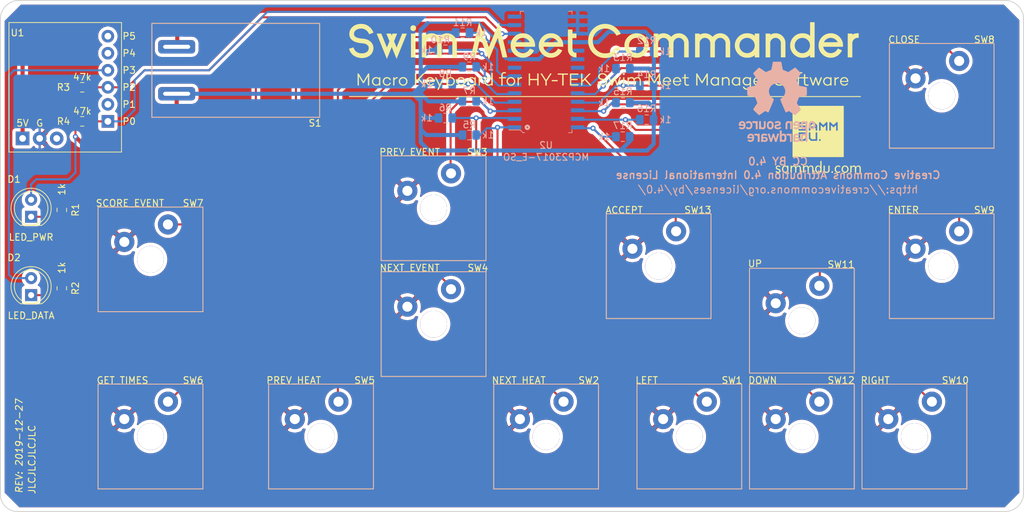
<source format=kicad_pcb>
(kicad_pcb (version 20171130) (host pcbnew 5.1.5-52549c5~84~ubuntu18.04.1)
  (title_block (title "Swim Meet Commander") (date 2019-12-27) (rev 2019-12-27) (company "Samm Du") (comment 1 https://sammdu.com) (comment 2 "Creative Commons Attribution 4.0 International License") (comment 3 "for HY-TEK Swim Meet Manager Software") (comment 4 "Macro Keyboard"))
  (layers (0 F.Cu signal) (31 B.Cu signal) (34 B.Paste user) (35 F.Paste user) (36 B.SilkS user) (37 F.SilkS user) (38 B.Mask user) (39 F.Mask user) (44 Edge.Cuts user))
  (net 0 "")
  (net 1 "Net-(D1-Pad1)")
  (net 2 "Net-(D2-Pad1)")
  (net 3 GND)
  (net 4 SCL)
  (net 5 SDA)
  (net 6 "Net-(R5-Pad2)")
  (net 7 "Net-(R6-Pad2)")
  (net 8 "Net-(R7-Pad2)")
  (net 9 "Net-(R8-Pad2)")
  (net 10 "Net-(R9-Pad2)")
  (net 11 "Net-(R10-Pad2)")
  (net 12 "Net-(R11-Pad2)")
  (net 13 "Net-(R12-Pad2)")
  (net 14 "Net-(R13-Pad2)")
  (net 15 "Net-(R14-Pad2)")
  (net 16 "Net-(R15-Pad2)")
  (net 17 "Net-(R16-Pad2)")
  (net 18 "Net-(R17-Pad2)")
  (net 19 "Net-(U1-Pad4)")
  (net 20 "Net-(U1-Pad1)")
  (net 21 "Net-(U1-Pad5)")
  (net 22 "Net-(U1-Pad8)")
  (net 23 "Net-(U2-Pad8)")
  (net 24 "Net-(U2-Pad11)")
  (net 25 "Net-(U2-Pad14)")
  (net 26 "Net-(U2-Pad19)")
  (net 27 "Net-(U2-Pad20)")
  (net 28 "Net-(U2-Pad21)")
  (net 29 "Net-(U2-Pad22)")
  (net 30 +5V)
  (net 31 /VREG)
  (net 32 /SIG_DATA)
  (module SwimMeet_Controller_KiCAD:panel_graphics (layer F.Cu) (at 102.743 27.178)
    (fp_text reference G*** hide)
    (fp_text value LOGO hide)
  )
  (module Symbol:OSHW-Logo_11.4x12mm_SilkScreen (layer B.Cu) (at 128.397 27.813 180)
    (fp_text reference REF** hide)
    (fp_text value OSHW-Logo_11.4x12mm_SilkScreen hide)
  )
  (module "SwimMeet_Controller_KiCAD:Panel Reference" (layer F.Cu) (at 89.662 52.07)
    (fp_text reference REF** hide)
    (fp_text value "Panel Reference")
  )
  (module SAMM_Misc:SW_KeySwitch_KS1100_E-SWITCH (layer F.Cu) (at 110.744 52.324)
    (fp_text reference SW13 (at 5.842 -8.382) (layer F.SilkS))
    (fp_text value ACCEPT (at -5.1308 -8.3566) (layer F.SilkS))
    (pad 1 thru_hole circle (at 2.6 -5.2) (size 3 3) (drill 1.5) (layers *.Cu *.Mask) (net 18 "Net-(R17-Pad2)"))
    (pad 2 thru_hole circle (at -3.9 -2.6) (size 3 3) (drill 1.5) (layers *.Cu *.Mask) (net 3 GND))
    (pad "" thru_hole circle (at 0 0) (size 4 4) (drill 4) (layers *.Cu *.Mask))
  )
  (module SAMM_Misc:SW_KeySwitch_KS1100_E-SWITCH (layer F.Cu) (at 132.08 77.724)
    (fp_text reference SW12 (at 5.842 -8.382) (layer F.SilkS))
    (fp_text value DOWN (at -5.842 -8.382) (layer F.SilkS))
    (pad 1 thru_hole circle (at 2.6 -5.2) (size 3 3) (drill 1.5) (layers *.Cu *.Mask) (net 17 "Net-(R16-Pad2)"))
    (pad 2 thru_hole circle (at -3.9 -2.6) (size 3 3) (drill 1.5) (layers *.Cu *.Mask) (net 3 GND))
    (pad "" thru_hole circle (at 0 0) (size 4 4) (drill 4) (layers *.Cu *.Mask))
  )
  (module SAMM_Misc:SW_KeySwitch_KS1100_E-SWITCH (layer F.Cu) (at 132.08 60.452)
    (fp_text reference SW11 (at 5.842 -8.382) (layer F.SilkS))
    (fp_text value UP (at -6.985 -8.509) (layer F.SilkS))
    (pad 1 thru_hole circle (at 2.6 -5.2) (size 3 3) (drill 1.5) (layers *.Cu *.Mask) (net 16 "Net-(R15-Pad2)"))
    (pad 2 thru_hole circle (at -3.9 -2.6) (size 3 3) (drill 1.5) (layers *.Cu *.Mask) (net 3 GND))
    (pad "" thru_hole circle (at 0 0) (size 4 4) (drill 4) (layers *.Cu *.Mask))
  )
  (module SAMM_Misc:SW_KeySwitch_KS1100_E-SWITCH (layer F.Cu) (at 148.844 77.724)
    (fp_text reference SW10 (at 6.096 -8.382) (layer F.SilkS))
    (fp_text value RIGHT (at -5.842 -8.382) (layer F.SilkS))
    (pad 1 thru_hole circle (at 2.6 -5.2) (size 3 3) (drill 1.5) (layers *.Cu *.Mask) (net 15 "Net-(R14-Pad2)"))
    (pad 2 thru_hole circle (at -3.9 -2.6) (size 3 3) (drill 1.5) (layers *.Cu *.Mask) (net 3 GND))
    (pad "" thru_hole circle (at 0 0) (size 4 4) (drill 4) (layers *.Cu *.Mask))
  )
  (module SAMM_Misc:SW_KeySwitch_KS1100_E-SWITCH (layer F.Cu) (at 152.908 52.324)
    (fp_text reference SW9 (at 6.35 -8.382) (layer F.SilkS))
    (fp_text value ENTER (at -5.715 -8.382) (layer F.SilkS))
    (pad "" thru_hole circle (at 0 0) (size 4 4) (drill 4) (layers *.Cu *.Mask))
    (pad 2 thru_hole circle (at -3.9 -2.6) (size 3 3) (drill 1.5) (layers *.Cu *.Mask) (net 3 GND))
    (pad 1 thru_hole circle (at 2.6 -5.2) (size 3 3) (drill 1.5) (layers *.Cu *.Mask) (net 14 "Net-(R13-Pad2)"))
  )
  (module SAMM_Misc:SW_KeySwitch_KS1100_E-SWITCH (layer F.Cu) (at 152.908 26.924)
    (fp_text reference SW8 (at 6.35 -8.382) (layer F.SilkS))
    (fp_text value CLOSE (at -5.588 -8.382) (layer F.SilkS))
    (pad 1 thru_hole circle (at 2.6 -5.2) (size 3 3) (drill 1.5) (layers *.Cu *.Mask) (net 13 "Net-(R12-Pad2)"))
    (pad 2 thru_hole circle (at -3.9 -2.6) (size 3 3) (drill 1.5) (layers *.Cu *.Mask) (net 3 GND))
    (pad "" thru_hole circle (at 0 0) (size 4 4) (drill 4) (layers *.Cu *.Mask))
  )
  (module SAMM_Misc:SW_KeySwitch_KS1100_E-SWITCH (layer F.Cu) (at 35.052 51.308)
    (fp_text reference SW7 (at 6.35 -8.382) (layer F.SilkS))
    (fp_text value SCORE_EVENT (at -3.048 -8.382) (layer F.SilkS))
    (pad "" thru_hole circle (at 0 0) (size 4 4) (drill 4) (layers *.Cu *.Mask))
    (pad 2 thru_hole circle (at -3.9 -2.6) (size 3 3) (drill 1.5) (layers *.Cu *.Mask) (net 3 GND))
    (pad 1 thru_hole circle (at 2.6 -5.2) (size 3 3) (drill 1.5) (layers *.Cu *.Mask) (net 12 "Net-(R11-Pad2)"))
  )
  (module SAMM_Misc:SW_KeySwitch_KS1100_E-SWITCH (layer F.Cu) (at 35.052 77.724)
    (fp_text reference SW6 (at 6.35 -8.382) (layer F.SilkS))
    (fp_text value GET_TIMES (at -4.1656 -8.382) (layer F.SilkS))
    (pad 1 thru_hole circle (at 2.6 -5.2) (size 3 3) (drill 1.5) (layers *.Cu *.Mask) (net 11 "Net-(R10-Pad2)"))
    (pad 2 thru_hole circle (at -3.9 -2.6) (size 3 3) (drill 1.5) (layers *.Cu *.Mask) (net 3 GND))
    (pad "" thru_hole circle (at 0 0) (size 4 4) (drill 4) (layers *.Cu *.Mask))
  )
  (module SAMM_Misc:SW_KeySwitch_KS1100_E-SWITCH (layer F.Cu) (at 60.452 77.724)
    (fp_text reference SW5 (at 6.5024 -8.382) (layer F.SilkS))
    (fp_text value PREV_HEAT (at -4.064 -8.382) (layer F.SilkS))
    (pad 1 thru_hole circle (at 2.6 -5.2) (size 3 3) (drill 1.5) (layers *.Cu *.Mask) (net 10 "Net-(R9-Pad2)"))
    (pad 2 thru_hole circle (at -3.9 -2.6) (size 3 3) (drill 1.5) (layers *.Cu *.Mask) (net 3 GND))
    (pad "" thru_hole circle (at 0 0) (size 4 4) (drill 4) (layers *.Cu *.Mask))
  )
  (module SAMM_Misc:SW_KeySwitch_KS1100_E-SWITCH (layer F.Cu) (at 77.216 60.96)
    (fp_text reference SW4 (at 6.604 -8.382) (layer F.SilkS))
    (fp_text value NEXT_EVENT (at -3.556 -8.382) (layer F.SilkS))
    (pad 1 thru_hole circle (at 2.6 -5.2) (size 3 3) (drill 1.5) (layers *.Cu *.Mask) (net 9 "Net-(R8-Pad2)"))
    (pad 2 thru_hole circle (at -3.9 -2.6) (size 3 3) (drill 1.5) (layers *.Cu *.Mask) (net 3 GND))
    (pad "" thru_hole circle (at 0 0) (size 4 4) (drill 4) (layers *.Cu *.Mask))
  )
  (module SAMM_Misc:SW_KeySwitch_KS1100_E-SWITCH (layer F.Cu) (at 77.216 43.688)
    (fp_text reference SW3 (at 6.5024 -8.382) (layer F.SilkS))
    (fp_text value PREV_EVENT (at -3.556 -8.382) (layer F.SilkS))
    (pad 1 thru_hole circle (at 2.6 -5.2) (size 3 3) (drill 1.5) (layers *.Cu *.Mask) (net 8 "Net-(R7-Pad2)"))
    (pad 2 thru_hole circle (at -3.9 -2.6) (size 3 3) (drill 1.5) (layers *.Cu *.Mask) (net 3 GND))
    (pad "" thru_hole circle (at 0 0) (size 4 4) (drill 4) (layers *.Cu *.Mask))
  )
  (module SAMM_Misc:SW_KeySwitch_KS1100_E-SWITCH (layer F.Cu) (at 93.98 77.724)
    (fp_text reference SW2 (at 6.35 -8.382) (layer F.SilkS))
    (fp_text value NEXT_HEAT (at -4.064 -8.382) (layer F.SilkS))
    (pad 1 thru_hole circle (at 2.6 -5.2) (size 3 3) (drill 1.5) (layers *.Cu *.Mask) (net 7 "Net-(R6-Pad2)"))
    (pad 2 thru_hole circle (at -3.9 -2.6) (size 3 3) (drill 1.5) (layers *.Cu *.Mask) (net 3 GND))
    (pad "" thru_hole circle (at 0 0) (size 4 4) (drill 4) (layers *.Cu *.Mask))
  )
  (module SAMM_Misc:SW_KeySwitch_KS1100_E-SWITCH (layer F.Cu) (at 115.316 77.724)
    (fp_text reference SW1 (at 6.35 -8.382) (layer F.SilkS))
    (fp_text value LEFT (at -6.35 -8.382) (layer F.SilkS))
    (pad 1 thru_hole circle (at 2.6 -5.2) (size 3 3) (drill 1.5) (layers *.Cu *.Mask) (net 6 "Net-(R5-Pad2)"))
    (pad 2 thru_hole circle (at -3.9 -2.6) (size 3 3) (drill 1.5) (layers *.Cu *.Mask) (net 3 GND))
    (pad "" thru_hole circle (at 0 0) (size 4 4) (drill 4) (layers *.Cu *.Mask))
  )
  (module spk_Switches:TOGGLE_PANEL_COM-09276 (layer F.Cu) (at 47.752 23.114 90)
    (fp_text reference S1 (at -7.874 11.811 180) (layer F.SilkS))
    (fp_text value "Sparkfun Toggle Switch")
    (pad 2 thru_hole roundrect (at 3.5 -8.8 90) (size 2 5.5) (drill oval 0.6 4) (layers *.Cu *.Mask) (net 31 /VREG))
    (pad 1 thru_hole roundrect (at -3.5 -8.8 90) (size 2 5.5) (drill oval 0.6 4) (layers *.Cu *.Mask) (net 30 +5V))
  )
  (module LED_THT:LED_D5.0mm (layer F.Cu) (at 17.272 44.958 90)
    (fp_text reference D1 (at 5.588 -2.54 180) (layer F.SilkS))
    (fp_text value LED_PWR (at -3.048 0) (layer F.SilkS))
    (pad 2 thru_hole circle (at 2.54 0 90) (size 1.8 1.8) (drill 0.9) (layers *.Cu *.Mask) (net 30 +5V))
    (pad 1 thru_hole rect (at 0 0 90) (size 1.8 1.8) (drill 0.9) (layers *.Cu *.Mask) (net 1 "Net-(D1-Pad1)"))
  )
  (module LED_THT:LED_D5.0mm (layer F.Cu) (at 17.272 56.642 90)
    (fp_text reference D2 (at 5.588 -2.54 180) (layer F.SilkS))
    (fp_text value LED_DATA (at -3.048 0 180) (layer F.SilkS))
    (pad 1 thru_hole rect (at 0 0 90) (size 1.8 1.8) (drill 0.9) (layers *.Cu *.Mask) (net 2 "Net-(D2-Pad1)"))
    (pad 2 thru_hole circle (at 2.54 0 90) (size 1.8 1.8) (drill 0.9) (layers *.Cu *.Mask) (net 32 /SIG_DATA))
  )
  (module Resistor_SMD:R_0805_2012Metric_Pad1.15x1.40mm_HandSolder (layer F.Cu) (at 21.844 43.933 90)
    (fp_text reference R1 (at -0.009 2.032 90) (layer F.SilkS))
    (fp_text value 1k (at 3.057 0 90) (layer F.SilkS))
    (pad 1 smd roundrect (at -1.025 0 90) (size 1.15 1.4) (layers F.Cu F.Paste F.Mask) (roundrect_rratio 0.217391) (net 1 "Net-(D1-Pad1)"))
    (pad 2 smd roundrect (at 1.025 0 90) (size 1.15 1.4) (layers F.Cu F.Paste F.Mask) (roundrect_rratio 0.217391) (net 3 GND))
  )
  (module Resistor_SMD:R_0805_2012Metric_Pad1.15x1.40mm_HandSolder (layer F.Cu) (at 21.844 55.617 90)
    (fp_text reference R2 (at -0.009 2.032 90) (layer F.SilkS))
    (fp_text value 1k (at 3.048 0 90) (layer F.SilkS))
    (pad 2 smd roundrect (at 1.025 0 90) (size 1.15 1.4) (layers F.Cu F.Paste F.Mask) (roundrect_rratio 0.217391) (net 3 GND))
    (pad 1 smd roundrect (at -1.025 0 90) (size 1.15 1.4) (layers F.Cu F.Paste F.Mask) (roundrect_rratio 0.217391) (net 2 "Net-(D2-Pad1)"))
  )
  (module Resistor_SMD:R_0805_2012Metric_Pad1.15x1.40mm_HandSolder (layer F.Cu) (at 24.883 25.654 180)
    (fp_text reference R3 (at 2.794 0 180) (layer F.SilkS))
    (fp_text value 47k (at 0 1.524 180) (layer F.SilkS))
    (pad 1 smd roundrect (at -1.025 0 180) (size 1.15 1.4) (layers F.Cu F.Paste F.Mask) (roundrect_rratio 0.217391) (net 4 SCL))
    (pad 2 smd roundrect (at 1.025 0 180) (size 1.15 1.4) (layers F.Cu F.Paste F.Mask) (roundrect_rratio 0.217391) (net 30 +5V))
  )
  (module Resistor_SMD:R_0805_2012Metric_Pad1.15x1.40mm_HandSolder (layer F.Cu) (at 24.883 30.734 180)
    (fp_text reference R4 (at 2.785 0 180) (layer F.SilkS))
    (fp_text value 47k (at -0.009 1.524 180) (layer F.SilkS))
    (pad 2 smd roundrect (at 1.025 0 180) (size 1.15 1.4) (layers F.Cu F.Paste F.Mask) (roundrect_rratio 0.217391) (net 30 +5V))
    (pad 1 smd roundrect (at -1.025 0 180) (size 1.15 1.4) (layers F.Cu F.Paste F.Mask) (roundrect_rratio 0.217391) (net 5 SDA))
  )
  (module Resistor_SMD:R_0805_2012Metric_Pad1.15x1.40mm_HandSolder (layer B.Cu) (at 82.541 32.766)
    (fp_text reference R5 (at 0 -1.524) (layer B.SilkS) (effects (justify mirror)))
    (fp_text value 1k (at 2.803 0) (layer B.SilkS) (effects (justify mirror)))
    (pad 2 smd roundrect (at 1.025 0) (size 1.15 1.4) (layers B.Cu B.Paste B.Mask) (roundrect_rratio 0.217391) (net 6 "Net-(R5-Pad2)"))
    (pad 1 smd roundrect (at -1.025 0) (size 1.15 1.4) (layers B.Cu B.Paste B.Mask) (roundrect_rratio 0.217391) (net 30 +5V))
  )
  (module Resistor_SMD:R_0805_2012Metric_Pad1.15x1.40mm_HandSolder (layer B.Cu) (at 78.985 30.226)
    (fp_text reference R6 (at 0.009 -1.524) (layer B.SilkS) (effects (justify mirror)))
    (fp_text value 1k (at -2.785 0) (layer B.SilkS) (effects (justify mirror)))
    (pad 2 smd roundrect (at 1.025 0) (size 1.15 1.4) (layers B.Cu B.Paste B.Mask) (roundrect_rratio 0.217391) (net 7 "Net-(R6-Pad2)"))
    (pad 1 smd roundrect (at -1.025 0) (size 1.15 1.4) (layers B.Cu B.Paste B.Mask) (roundrect_rratio 0.217391) (net 30 +5V))
  )
  (module Resistor_SMD:R_0805_2012Metric_Pad1.15x1.40mm_HandSolder (layer B.Cu) (at 82.541 27.686)
    (fp_text reference R7 (at 0 -1.524) (layer B.SilkS) (effects (justify mirror)))
    (fp_text value 1k (at 2.803 0) (layer B.SilkS) (effects (justify mirror)))
    (pad 1 smd roundrect (at -1.025 0) (size 1.15 1.4) (layers B.Cu B.Paste B.Mask) (roundrect_rratio 0.217391) (net 30 +5V))
    (pad 2 smd roundrect (at 1.025 0) (size 1.15 1.4) (layers B.Cu B.Paste B.Mask) (roundrect_rratio 0.217391) (net 8 "Net-(R7-Pad2)"))
  )
  (module Resistor_SMD:R_0805_2012Metric_Pad1.15x1.40mm_HandSolder (layer B.Cu) (at 78.985 25.146)
    (fp_text reference R8 (at 0.009 -1.524) (layer B.SilkS) (effects (justify mirror)))
    (fp_text value 1k (at -2.785 0) (layer B.SilkS) (effects (justify mirror)))
    (pad 1 smd roundrect (at -1.025 0) (size 1.15 1.4) (layers B.Cu B.Paste B.Mask) (roundrect_rratio 0.217391) (net 30 +5V))
    (pad 2 smd roundrect (at 1.025 0) (size 1.15 1.4) (layers B.Cu B.Paste B.Mask) (roundrect_rratio 0.217391) (net 9 "Net-(R8-Pad2)"))
  )
  (module Resistor_SMD:R_0805_2012Metric_Pad1.15x1.40mm_HandSolder (layer B.Cu) (at 82.541 22.606)
    (fp_text reference R9 (at 0.009 -1.524) (layer B.SilkS) (effects (justify mirror)))
    (fp_text value 1k (at 2.803 0) (layer B.SilkS) (effects (justify mirror)))
    (pad 2 smd roundrect (at 1.025 0) (size 1.15 1.4) (layers B.Cu B.Paste B.Mask) (roundrect_rratio 0.217391) (net 10 "Net-(R9-Pad2)"))
    (pad 1 smd roundrect (at -1.025 0) (size 1.15 1.4) (layers B.Cu B.Paste B.Mask) (roundrect_rratio 0.217391) (net 30 +5V))
  )
  (module Resistor_SMD:R_0805_2012Metric_Pad1.15x1.40mm_HandSolder (layer B.Cu) (at 78.985 20.066)
    (fp_text reference R10 (at -0.753 -1.524) (layer B.SilkS) (effects (justify mirror)))
    (fp_text value 1k (at -2.785 0) (layer B.SilkS) (effects (justify mirror)))
    (pad 1 smd roundrect (at -1.025 0) (size 1.15 1.4) (layers B.Cu B.Paste B.Mask) (roundrect_rratio 0.217391) (net 30 +5V))
    (pad 2 smd roundrect (at 1.025 0) (size 1.15 1.4) (layers B.Cu B.Paste B.Mask) (roundrect_rratio 0.217391) (net 11 "Net-(R10-Pad2)"))
  )
  (module Resistor_SMD:R_0805_2012Metric_Pad1.15x1.40mm_HandSolder (layer B.Cu) (at 81.543 17.526)
    (fp_text reference R11 (at 0.009 -1.524) (layer B.SilkS) (effects (justify mirror)))
    (fp_text value 1k (at 2.803 0) (layer B.SilkS) (effects (justify mirror)))
    (pad 1 smd roundrect (at -1.025 0) (size 1.15 1.4) (layers B.Cu B.Paste B.Mask) (roundrect_rratio 0.217391) (net 30 +5V))
    (pad 2 smd roundrect (at 1.025 0) (size 1.15 1.4) (layers B.Cu B.Paste B.Mask) (roundrect_rratio 0.217391) (net 12 "Net-(R11-Pad2)"))
  )
  (module Resistor_SMD:R_0805_2012Metric_Pad1.15x1.40mm_HandSolder (layer B.Cu) (at 108.966 20.32 180)
    (fp_text reference R12 (at 0 1.65) (layer B.SilkS) (effects (justify mirror)))
    (fp_text value 1k (at -2.794 0) (layer B.SilkS) (effects (justify mirror)))
    (pad 1 smd roundrect (at -1.025 0 180) (size 1.15 1.4) (layers B.Cu B.Paste B.Mask) (roundrect_rratio 0.217391) (net 30 +5V))
    (pad 2 smd roundrect (at 1.025 0 180) (size 1.15 1.4) (layers B.Cu B.Paste B.Mask) (roundrect_rratio 0.217391) (net 13 "Net-(R12-Pad2)"))
  )
  (module Resistor_SMD:R_0805_2012Metric_Pad1.15x1.40mm_HandSolder (layer B.Cu) (at 105.419 22.86 180)
    (fp_text reference R13 (at 0 1.65) (layer B.SilkS) (effects (justify mirror)))
    (fp_text value 1k (at 2.803 0) (layer B.SilkS) (effects (justify mirror)))
    (pad 2 smd roundrect (at 1.025 0 180) (size 1.15 1.4) (layers B.Cu B.Paste B.Mask) (roundrect_rratio 0.217391) (net 14 "Net-(R13-Pad2)"))
    (pad 1 smd roundrect (at -1.025 0 180) (size 1.15 1.4) (layers B.Cu B.Paste B.Mask) (roundrect_rratio 0.217391) (net 30 +5V))
  )
  (module Resistor_SMD:R_0805_2012Metric_Pad1.15x1.40mm_HandSolder (layer B.Cu) (at 108.966 25.4 180)
    (fp_text reference R14 (at 0 1.65) (layer B.SilkS) (effects (justify mirror)))
    (fp_text value 1k (at -2.794 0) (layer B.SilkS) (effects (justify mirror)))
    (pad 2 smd roundrect (at 1.025 0 180) (size 1.15 1.4) (layers B.Cu B.Paste B.Mask) (roundrect_rratio 0.217391) (net 15 "Net-(R14-Pad2)"))
    (pad 1 smd roundrect (at -1.025 0 180) (size 1.15 1.4) (layers B.Cu B.Paste B.Mask) (roundrect_rratio 0.217391) (net 30 +5V))
  )
  (module Resistor_SMD:R_0805_2012Metric_Pad1.15x1.40mm_HandSolder (layer B.Cu) (at 105.419 27.94 180)
    (fp_text reference R15 (at 0 1.65) (layer B.SilkS) (effects (justify mirror)))
    (fp_text value 1k (at 2.803 0) (layer B.SilkS) (effects (justify mirror)))
    (pad 1 smd roundrect (at -1.025 0 180) (size 1.15 1.4) (layers B.Cu B.Paste B.Mask) (roundrect_rratio 0.217391) (net 30 +5V))
    (pad 2 smd roundrect (at 1.025 0 180) (size 1.15 1.4) (layers B.Cu B.Paste B.Mask) (roundrect_rratio 0.217391) (net 16 "Net-(R15-Pad2)"))
  )
  (module Resistor_SMD:R_0805_2012Metric_Pad1.15x1.40mm_HandSolder (layer B.Cu) (at 108.957 30.48 180)
    (fp_text reference R16 (at 0 1.65) (layer B.SilkS) (effects (justify mirror)))
    (fp_text value 1k (at -2.803 0) (layer B.SilkS) (effects (justify mirror)))
    (pad 1 smd roundrect (at -1.025 0 180) (size 1.15 1.4) (layers B.Cu B.Paste B.Mask) (roundrect_rratio 0.217391) (net 30 +5V))
    (pad 2 smd roundrect (at 1.025 0 180) (size 1.15 1.4) (layers B.Cu B.Paste B.Mask) (roundrect_rratio 0.217391) (net 17 "Net-(R16-Pad2)"))
  )
  (module Resistor_SMD:R_0805_2012Metric_Pad1.15x1.40mm_HandSolder (layer B.Cu) (at 105.401 33.02 180)
    (fp_text reference R17 (at 0 1.65 180) (layer B.SilkS) (effects (justify mirror)))
    (fp_text value 1k (at 2.785 0 180) (layer B.SilkS) (effects (justify mirror)))
    (pad 2 smd roundrect (at 1.025 0 180) (size 1.15 1.4) (layers B.Cu B.Paste B.Mask) (roundrect_rratio 0.217391) (net 18 "Net-(R17-Pad2)"))
    (pad 1 smd roundrect (at -1.025 0 180) (size 1.15 1.4) (layers B.Cu B.Paste B.Mask) (roundrect_rratio 0.217391) (net 30 +5V))
  )
  (module Digistump:Digispark_USB-A (layer F.Cu) (at 28.702 30.734)
    (fp_text reference U1 (at -13.462 -13.208) (layer F.SilkS))
    (fp_text value Digispark_USB-A_16.5MHz)
    (fp_text user P5 (at 3.175 -12.7) (layer F.SilkS))
    (fp_text user P4 (at 3.175 -10.16 -180) (layer F.SilkS))
    (fp_text user P3 (at 3.175 -7.62 -180) (layer F.SilkS))
    (fp_text user P2 (at 3.175 -5.08 -180) (layer F.SilkS))
    (fp_text user P1 (at 3.175 -2.54 -180) (layer F.SilkS))
    (fp_text user G (at -10.16 0.254 -180) (layer F.SilkS))
    (fp_text user P0 (at 3.175 0 -180) (layer F.SilkS))
    (fp_text user 5V (at -12.7 0.254) (layer F.SilkS))
    (pad 4 thru_hole circle (at 0 -10.16 180) (size 1.8796 1.8796) (drill 1) (layers *.Cu *.Mask) (net 19 "Net-(U1-Pad4)"))
    (pad 3 thru_hole circle (at 0 -7.62 180) (size 1.8796 1.8796) (drill 1) (layers *.Cu *.Mask) (net 32 /SIG_DATA))
    (pad 0 thru_hole rect (at 0 0 180) (size 1.8796 1.8796) (drill 1) (layers *.Cu *.Mask) (net 5 SDA))
    (pad 2 thru_hole circle (at 0 -5.08 180) (size 1.8796 1.8796) (drill 1) (layers *.Cu *.Mask) (net 4 SCL))
    (pad 1 thru_hole circle (at 0 -2.54 180) (size 1.8796 1.8796) (drill 1) (layers *.Cu *.Mask) (net 20 "Net-(U1-Pad1)"))
    (pad 5 thru_hole circle (at 0 -12.7 180) (size 1.8796 1.8796) (drill 1) (layers *.Cu *.Mask) (net 21 "Net-(U1-Pad5)"))
    (pad 6 thru_hole rect (at -12.7 2.54 90) (size 2.032 2.032) (drill 1) (layers *.Cu *.Mask) (net 31 /VREG))
    (pad 7 thru_hole circle (at -10.16 2.54 90) (size 2.032 2.032) (drill 1) (layers *.Cu *.Mask) (net 3 GND))
    (pad 8 thru_hole circle (at -7.62 2.54 90) (size 2.032 2.032) (drill 1) (layers *.Cu *.Mask) (net 22 "Net-(U1-Pad8)"))
  )
  (module digikey-footprints:SOIC-28_W7.5mm (layer B.Cu) (at 93.98 23.368)
    (fp_text reference U2 (at 0 10.922) (layer B.SilkS) (effects (justify mirror)))
    (fp_text value MCP23017-E_SO (at 0 12.7) (layer B.SilkS) (effects (justify mirror)))
    (pad 1 smd rect (at -4.7 8.255) (size 2 0.6) (layers B.Cu B.Paste B.Mask) (net 6 "Net-(R5-Pad2)"))
    (pad 2 smd rect (at -4.7 6.985) (size 2 0.6) (layers B.Cu B.Paste B.Mask) (net 7 "Net-(R6-Pad2)"))
    (pad 3 smd rect (at -4.7 5.715) (size 2 0.6) (layers B.Cu B.Paste B.Mask) (net 8 "Net-(R7-Pad2)"))
    (pad 4 smd rect (at -4.7 4.445) (size 2 0.6) (layers B.Cu B.Paste B.Mask) (net 9 "Net-(R8-Pad2)"))
    (pad 5 smd rect (at -4.7 3.175) (size 2 0.6) (layers B.Cu B.Paste B.Mask) (net 10 "Net-(R9-Pad2)"))
    (pad 6 smd rect (at -4.7 1.905) (size 2 0.6) (layers B.Cu B.Paste B.Mask) (net 11 "Net-(R10-Pad2)"))
    (pad 7 smd rect (at -4.7 0.635) (size 2 0.6) (layers B.Cu B.Paste B.Mask) (net 12 "Net-(R11-Pad2)"))
    (pad 8 smd rect (at -4.7 -0.635) (size 2 0.6) (layers B.Cu B.Paste B.Mask) (net 23 "Net-(U2-Pad8)"))
    (pad 9 smd rect (at -4.7 -1.905) (size 2 0.6) (layers B.Cu B.Paste B.Mask) (net 30 +5V))
    (pad 10 smd rect (at -4.7 -3.175) (size 2 0.6) (layers B.Cu B.Paste B.Mask) (net 3 GND))
    (pad 11 smd rect (at -4.7 -4.445) (size 2 0.6) (layers B.Cu B.Paste B.Mask) (net 24 "Net-(U2-Pad11)"))
    (pad 12 smd rect (at -4.7 -5.715) (size 2 0.6) (layers B.Cu B.Paste B.Mask) (net 4 SCL))
    (pad 13 smd rect (at -4.7 -6.985) (size 2 0.6) (layers B.Cu B.Paste B.Mask) (net 5 SDA))
    (pad 14 smd rect (at -4.7 -8.255) (size 2 0.6) (layers B.Cu B.Paste B.Mask) (net 25 "Net-(U2-Pad14)"))
    (pad 15 smd rect (at 4.7 -8.255) (size 2 0.6) (layers B.Cu B.Paste B.Mask) (net 3 GND))
    (pad 16 smd rect (at 4.7 -6.985) (size 2 0.6) (layers B.Cu B.Paste B.Mask) (net 3 GND))
    (pad 17 smd rect (at 4.7 -5.715) (size 2 0.6) (layers B.Cu B.Paste B.Mask) (net 3 GND))
    (pad 18 smd rect (at 4.7 -4.445) (size 2 0.6) (layers B.Cu B.Paste B.Mask) (net 30 +5V))
    (pad 19 smd rect (at 4.7 -3.175) (size 2 0.6) (layers B.Cu B.Paste B.Mask) (net 26 "Net-(U2-Pad19)"))
    (pad 20 smd rect (at 4.7 -1.905) (size 2 0.6) (layers B.Cu B.Paste B.Mask) (net 27 "Net-(U2-Pad20)"))
    (pad 21 smd rect (at 4.7 -0.635) (size 2 0.6) (layers B.Cu B.Paste B.Mask) (net 28 "Net-(U2-Pad21)"))
    (pad 22 smd rect (at 4.7 0.635) (size 2 0.6) (layers B.Cu B.Paste B.Mask) (net 29 "Net-(U2-Pad22)"))
    (pad 23 smd rect (at 4.7 1.905) (size 2 0.6) (layers B.Cu B.Paste B.Mask) (net 13 "Net-(R12-Pad2)"))
    (pad 24 smd rect (at 4.7 3.175) (size 2 0.6) (layers B.Cu B.Paste B.Mask) (net 14 "Net-(R13-Pad2)"))
    (pad 25 smd rect (at 4.7 4.445) (size 2 0.6) (layers B.Cu B.Paste B.Mask) (net 15 "Net-(R14-Pad2)"))
    (pad 26 smd rect (at 4.7 5.715) (size 2 0.6) (layers B.Cu B.Paste B.Mask) (net 16 "Net-(R15-Pad2)"))
    (pad 27 smd rect (at 4.7 6.985) (size 2 0.6) (layers B.Cu B.Paste B.Mask) (net 17 "Net-(R16-Pad2)"))
    (pad 28 smd rect (at 4.7 8.255) (size 2 0.6) (layers B.Cu B.Paste B.Mask) (net 18 "Net-(R17-Pad2)"))
  )
  (gr_text JLCJLCJLCJLC (at 17.399 81.153 90) (layer F.SilkS) (effects (font (size 1 1))))
  (gr_text "REV: 2019-12-27" (at 15.494 79.121 90) (layer F.SilkS) (effects (font (size 1 1) (thickness 0.15) italic)))
  (gr_text https://creativecommons.org/licenses/by/4.0/ (at 128.524 40.894) (layer B.SilkS) (effects (font (size 1.143 1.143) (thickness 0.1524)) (justify mirror)))
  (gr_text "Creative Commons Attribution 4.0 International License" (at 128.524 38.735) (layer B.SilkS) (effects (font (size 1.143 1.143) (thickness 0.2032)) (justify mirror)))
  (gr_text "CC BY 4.0" (at 128.524 36.703) (layer B.SilkS) (effects (font (size 1.143 1.143) (thickness 0.2032)) (justify mirror)))
  (gr_arc (start 162.306 86.106) (end 162.559999 88.899999) (angle -79.6) (layer Edge.Cuts) (width 0.127))
  (gr_arc (start 15.24 86.36) (end 12.7 86.36) (angle -90) (layer Edge.Cuts) (width 0.127))
  (gr_arc (start 15.494 15.494) (end 15.240001 12.700001) (angle -79.6) (layer Edge.Cuts) (width 0.127))
  (gr_arc (start 162.306 15.494) (end 165.099999 15.240001) (angle -79.6) (layer Edge.Cuts) (width 0.127))
  (gr_circle (center 91.186 31.623) (end 91.44 31.623) (layer B.SilkS) (width 0.3048))
  (gr_line (start 165.1 15.24) (end 165.1 86.36) (layer Edge.Cuts) (width 0.127))
  (gr_line (start 12.7 15.24) (end 12.7 86.36) (layer Edge.Cuts) (width 0.127))
  (gr_line (start 15.24 88.9) (end 162.56 88.9) (layer Edge.Cuts) (width 0.127))
  (gr_line (start 15.24 12.7) (end 162.56 12.7) (layer Edge.Cuts) (width 0.127))
  (segment (start 23.876 38.354) (end 22.86 39.37) (width 0.3048) (layer B.Cu) (net 30))
  (segment (start 22.86 39.37) (end 18.034 39.37) (width 0.3048) (layer B.Cu) (net 30))
  (segment (start 18.034 39.37) (end 17.272 40.132) (width 0.3048) (layer B.Cu) (net 30))
  (segment (start 17.272 40.132) (end 17.272 43.053) (width 0.3048) (layer B.Cu) (net 30))
  (segment (start 38.952 26.614) (end 40.95 26.614) (width 0.3048) (layer B.Cu) (net 30))
  (segment (start 38.952 26.614) (end 39.187 26.614) (width 0.3048) (layer B.Cu) (net 30))
  (segment (start 39.187 26.614) (end 39.497 26.924) (width 0.3048) (layer B.Cu) (net 30))
  (segment (start 23.876 33.02) (end 23.876 30.734) (width 0.3048) (layer F.Cu) (net 30))
  (segment (start 23.876 38.354) (end 23.876 33.02) (width 0.3048) (layer B.Cu) (net 30))
  (via (at 23.876 33.02) (size 0.762) (drill 0.381) (layers F.Cu B.Cu) (net 30))
  (segment (start 23.858 30.734) (end 23.858 25.672) (width 0.3048) (layer F.Cu) (net 30))
  (segment (start 23.858 25.672) (end 23.876 25.654) (width 0.3048) (layer F.Cu) (net 30))
  (segment (start 75.311 22.098) (end 75.311 19.431) (width 0.6096) (layer B.Cu) (net 30))
  (segment (start 75.311 24.384) (end 75.311 22.098) (width 0.6096) (layer B.Cu) (net 30))
  (segment (start 75.311 26.6065) (end 75.311 26.614) (width 0.6096) (layer B.Cu) (net 30))
  (segment (start 75.311 31.9278) (end 75.311 29.337) (width 0.6096) (layer B.Cu) (net 30))
  (segment (start 81.516 32.766) (end 76.1492 32.766) (width 0.6096) (layer B.Cu) (net 30))
  (segment (start 76.1492 32.766) (end 75.311 31.9278) (width 0.6096) (layer B.Cu) (net 30))
  (segment (start 75.311 25.6286) (end 75.1586 25.6286) (width 0.6096) (layer B.Cu) (net 30))
  (segment (start 38.952 26.614) (end 74.168 26.6192) (width 0.6096) (layer B.Cu) (net 30))
  (segment (start 75.311 25.6286) (end 75.311 24.384) (width 0.6096) (layer B.Cu) (net 30))
  (segment (start 74.7828 26.0858) (end 75.311 26.614) (width 0.6096) (layer B.Cu) (net 30))
  (segment (start 74.7014 26.0858) (end 74.7828 26.0858) (width 0.6096) (layer B.Cu) (net 30))
  (segment (start 74.7014 26.0858) (end 74.168 26.6192) (width 0.6096) (layer B.Cu) (net 30))
  (segment (start 75.1586 25.6286) (end 74.7014 26.0858) (width 0.6096) (layer B.Cu) (net 30))
  (segment (start 75.311 29.337) (end 75.2856 27.5336) (width 0.6096) (layer B.Cu) (net 30))
  (segment (start 75.2856 27.5336) (end 75.311 26.6065) (width 0.6096) (layer B.Cu) (net 30))
  (segment (start 77.3684 27.7495) (end 81.4705 27.7495) (width 0.6096) (layer B.Cu) (net 30))
  (segment (start 75.311 26.614) (end 76.4465 27.7495) (width 0.6096) (layer B.Cu) (net 30))
  (segment (start 76.4465 27.7495) (end 77.3684 27.7495) (width 0.6096) (layer B.Cu) (net 30))
  (segment (start 76.2 30.226) (end 75.311 29.337) (width 0.6096) (layer B.Cu) (net 30))
  (segment (start 77.96 30.226) (end 76.2 30.226) (width 0.6096) (layer B.Cu) (net 30))
  (segment (start 75.3364 26.3144) (end 75.2856 26.3144) (width 0.6096) (layer B.Cu) (net 30))
  (segment (start 76.5048 25.146) (end 75.3364 26.3144) (width 0.6096) (layer B.Cu) (net 30))
  (segment (start 77.96 25.146) (end 76.5048 25.146) (width 0.6096) (layer B.Cu) (net 30))
  (segment (start 75.311 26.614) (end 75.2856 26.3144) (width 0.6096) (layer B.Cu) (net 30))
  (segment (start 75.2856 26.3144) (end 75.311 25.6286) (width 0.6096) (layer B.Cu) (net 30))
  (segment (start 75.311 21.4205) (end 75.311 22.098) (width 0.6096) (layer B.Cu) (net 30))
  (segment (start 77.96 20.066) (end 76.6655 20.066) (width 0.6096) (layer B.Cu) (net 30))
  (segment (start 76.6655 20.066) (end 75.311 21.4205) (width 0.6096) (layer B.Cu) (net 30))
  (segment (start 75.311 23.5966) (end 75.311 24.384) (width 0.6096) (layer B.Cu) (net 30))
  (segment (start 81.516 22.606) (end 76.3016 22.606) (width 0.6096) (layer B.Cu) (net 30))
  (segment (start 76.3016 22.606) (end 75.311 23.5966) (width 0.6096) (layer B.Cu) (net 30))
  (segment (start 76.5556 17.526) (end 75.2856 18.796) (width 0.6096) (layer B.Cu) (net 30))
  (segment (start 80.518 17.526) (end 76.5556 17.526) (width 0.6096) (layer B.Cu) (net 30))
  (segment (start 75.311 19.431) (end 75.2856 18.796) (width 0.6096) (layer B.Cu) (net 30))
  (segment (start 89.28 21.463) (end 90.8896 21.463) (width 0.6096) (layer B.Cu) (net 30))
  (segment (start 90.8896 21.463) (end 92.9386 21.463) (width 0.6096) (layer B.Cu) (net 30))
  (segment (start 92.9386 21.463) (end 95.4786 18.923) (width 0.6096) (layer B.Cu) (net 30))
  (segment (start 95.4786 18.923) (end 98.8314 18.923) (width 0.6096) (layer B.Cu) (net 30))
  (segment (start 110.0074 34.0868) (end 110.0074 30.4292) (width 0.6096) (layer B.Cu) (net 30))
  (segment (start 109.0168 35.0774) (end 110.0074 34.0868) (width 0.6096) (layer B.Cu) (net 30))
  (segment (start 76.5302 35.0774) (end 109.0168 35.0774) (width 0.6096) (layer B.Cu) (net 30))
  (segment (start 75.311 31.9278) (end 75.311 33.8582) (width 0.6096) (layer B.Cu) (net 30))
  (segment (start 75.311 33.8582) (end 76.5302 35.0774) (width 0.6096) (layer B.Cu) (net 30))
  (segment (start 106.426 33.72) (end 105.0742 35.0718) (width 0.6096) (layer B.Cu) (net 30))
  (segment (start 106.426 33.02) (end 106.426 33.72) (width 0.6096) (layer B.Cu) (net 30))
  (segment (start 106.444 27.94) (end 107.019 27.94) (width 0.6096) (layer B.Cu) (net 30))
  (segment (start 107.019 27.94) (end 109.2454 27.94) (width 0.6096) (layer B.Cu) (net 30))
  (segment (start 109.2454 27.94) (end 110.0582 28.7528) (width 0.6096) (layer B.Cu) (net 30))
  (segment (start 110.0582 28.7528) (end 110.0582 30.48) (width 0.6096) (layer B.Cu) (net 30))
  (segment (start 110.0582 30.4292) (end 110.0074 30.48) (width 0.6096) (layer B.Cu) (net 30))
  (segment (start 109.991 25.4) (end 110.0582 25.4672) (width 0.6096) (layer B.Cu) (net 30))
  (segment (start 110.0582 25.4672) (end 110.0582 30.4292) (width 0.6096) (layer B.Cu) (net 30))
  (segment (start 106.444 22.86) (end 107.019 22.86) (width 0.6096) (layer B.Cu) (net 30))
  (segment (start 107.019 22.86) (end 109.2708 22.86) (width 0.6096) (layer B.Cu) (net 30))
  (segment (start 109.2708 22.86) (end 110.0328 23.622) (width 0.6096) (layer B.Cu) (net 30))
  (segment (start 110.0328 23.622) (end 110.0328 25.4762) (width 0.6096) (layer B.Cu) (net 30))
  (segment (start 110.0328 25.273) (end 109.991 25.3148) (width 0.6096) (layer B.Cu) (net 30))
  (segment (start 109.991 20.32) (end 110.0328 20.3618) (width 0.6096) (layer B.Cu) (net 30))
  (segment (start 110.0328 20.3618) (end 110.0328 25.273) (width 0.6096) (layer B.Cu) (net 30))
  (segment (start 98.68 18.923) (end 101.727 18.923) (width 0.6096) (layer B.Cu) (net 30))
  (segment (start 101.727 18.923) (end 103.2764 17.3736) (width 0.6096) (layer B.Cu) (net 30))
  (segment (start 103.2764 17.3736) (end 108.7374 17.3736) (width 0.6096) (layer B.Cu) (net 30))
  (segment (start 108.7374 17.3736) (end 110.0582 18.6944) (width 0.6096) (layer B.Cu) (net 30))
  (segment (start 110.0582 18.6944) (end 110.0582 20.4724) (width 0.6096) (layer B.Cu) (net 30))
  (segment (start 74.168 26.6192) (end 75.2602 27.7114) (width 0.6096) (layer B.Cu) (net 30))
  (segment (start 75.2856 27.7114) (end 75.2856 27.5336) (width 0.6096) (layer B.Cu) (net 30))
  (segment (start 75.2602 27.7114) (end 75.2856 27.7114) (width 0.6096) (layer B.Cu) (net 30))
  (segment (start 75.1788 26.7462) (end 75.311 26.614) (width 0.6096) (layer B.Cu) (net 30))
  (segment (start 74.168 26.6192) (end 74.295 26.7462) (width 0.6096) (layer B.Cu) (net 30))
  (segment (start 74.295 26.7462) (end 75.1788 26.7462) (width 0.6096) (layer B.Cu) (net 30))
  (segment (start 83.9724 16.0274) (end 76.3778 16.0274) (width 0.3048) (layer B.Cu) (net 30))
  (segment (start 87.5665 19.6215) (end 83.9724 16.0274) (width 0.3048) (layer B.Cu) (net 30))
  (segment (start 87.5665 21.0543) (end 87.5665 19.6215) (width 0.3048) (layer B.Cu) (net 30))
  (segment (start 89.28 21.463) (end 87.9752 21.463) (width 0.3048) (layer B.Cu) (net 30))
  (segment (start 87.9752 21.463) (end 87.5665 21.0543) (width 0.3048) (layer B.Cu) (net 30))
  (segment (start 75.2856 17.1196) (end 76.327 16.0782) (width 0.6096) (layer B.Cu) (net 30))
  (segment (start 75.2856 18.796) (end 75.2856 17.1196) (width 0.6096) (layer B.Cu) (net 30))
  (segment (start 24.6888 33.8328) (end 23.876 33.02) (width 0.6096) (layer F.Cu) (net 30))
  (segment (start 36.9824 33.8328) (end 24.6888 33.8328) (width 0.6096) (layer F.Cu) (net 30))
  (segment (start 38.952 26.614) (end 38.952 31.8632) (width 0.6096) (layer F.Cu) (net 30))
  (segment (start 38.952 31.8632) (end 36.9824 33.8328) (width 0.6096) (layer F.Cu) (net 30))
  (segment (start 17.272 44.958) (end 18.4768 44.958) (width 0.3048) (layer F.Cu) (net 1))
  (segment (start 18.4768 44.958) (end 21.844 44.958) (width 0.3048) (layer F.Cu) (net 1))
  (segment (start 17.272 56.642) (end 21.844 56.642) (width 0.3048) (layer F.Cu) (net 2))
  (segment (start 28.702 23.114) (end 14.732 23.114) (width 0.3048) (layer B.Cu) (net 32))
  (segment (start 14.732 23.114) (end 13.97 23.876) (width 0.3048) (layer B.Cu) (net 32))
  (segment (start 13.97 23.876) (end 13.97 53.594) (width 0.3048) (layer B.Cu) (net 32))
  (segment (start 14.478 54.102) (end 15.999208 54.102) (width 0.3048) (layer B.Cu) (net 32))
  (segment (start 13.97 53.594) (end 14.478 54.102) (width 0.3048) (layer B.Cu) (net 32))
  (segment (start 15.999208 54.102) (end 17.653 54.102) (width 0.3048) (layer B.Cu) (net 32))
  (segment (start 18.542 33.274) (end 18.542 34.71084) (width 0.3048) (layer B.Cu) (net 3))
  (segment (start 18.542 34.71084) (end 18.542 35.4965) (width 0.3048) (layer B.Cu) (net 3))
  (segment (start 18.542 33.274) (end 18.542 31.83716) (width 0.3048) (layer B.Cu) (net 3))
  (segment (start 18.542 31.83716) (end 18.542 31.3055) (width 0.3048) (layer B.Cu) (net 3))
  (segment (start 18.542 33.274) (end 18.542 35.56) (width 0.3048) (layer F.Cu) (net 3))
  (segment (start 18.542 33.274) (end 18.542 30.9245) (width 0.3048) (layer F.Cu) (net 3))
  (segment (start 25.908 25.654) (end 28.702 25.654) (width 0.3048) (layer F.Cu) (net 4))
  (via (at 87.4268 17.678404) (size 0.762) (drill 0.381) (layers F.Cu B.Cu) (net 4))
  (segment (start 89.535 17.78) (end 89.433404 17.678404) (width 0.3048) (layer B.Cu) (net 4))
  (segment (start 89.433404 17.678404) (end 87.965615 17.678404) (width 0.3048) (layer B.Cu) (net 4))
  (segment (start 87.965615 17.678404) (end 87.4268 17.678404) (width 0.3048) (layer B.Cu) (net 4))
  (segment (start 84.962996 15.2146) (end 87.4268 17.678404) (width 0.3048) (layer F.Cu) (net 4))
  (segment (start 51.689 15.2146) (end 84.962996 15.2146) (width 0.3048) (layer F.Cu) (net 4))
  (segment (start 34.163 23.114) (end 43.7896 23.114) (width 0.3048) (layer F.Cu) (net 4))
  (segment (start 43.7896 23.114) (end 51.689 15.2146) (width 0.3048) (layer F.Cu) (net 4))
  (segment (start 28.702 25.654) (end 31.623 25.654) (width 0.3048) (layer F.Cu) (net 4))
  (segment (start 31.623 25.654) (end 34.163 23.114) (width 0.3048) (layer F.Cu) (net 4))
  (segment (start 25.908 30.734) (end 28.702 30.734) (width 0.3048) (layer F.Cu) (net 5))
  (segment (start 30.988 30.734) (end 28.321 30.734) (width 0.3048) (layer B.Cu) (net 5))
  (segment (start 32.6898 24.5872) (end 32.6898 29.0322) (width 0.3048) (layer B.Cu) (net 5))
  (segment (start 87.2744 16.383) (end 85.2932 14.4018) (width 0.3048) (layer B.Cu) (net 5))
  (segment (start 89.281 16.383) (end 87.2744 16.383) (width 0.3048) (layer B.Cu) (net 5))
  (segment (start 32.6898 29.0322) (end 30.988 30.734) (width 0.3048) (layer B.Cu) (net 5))
  (segment (start 85.2932 14.4018) (end 52.451 14.4018) (width 0.3048) (layer B.Cu) (net 5))
  (segment (start 43.7388 23.114) (end 34.163 23.114) (width 0.3048) (layer B.Cu) (net 5))
  (segment (start 34.163 23.114) (end 32.6898 24.5872) (width 0.3048) (layer B.Cu) (net 5))
  (segment (start 52.451 14.4018) (end 43.7388 23.114) (width 0.3048) (layer B.Cu) (net 5))
  (segment (start 86.614 31.75) (end 86.741 31.623) (width 0.3048) (layer B.Cu) (net 6))
  (segment (start 86.741 32.161815) (end 86.741 31.623) (width 0.3048) (layer F.Cu) (net 6))
  (segment (start 117.729 72.771) (end 86.741 41.783) (width 0.3048) (layer F.Cu) (net 6))
  (segment (start 89.027 31.623) (end 87.279815 31.623) (width 0.3048) (layer B.Cu) (net 6))
  (segment (start 87.279815 31.623) (end 86.741 31.623) (width 0.3048) (layer B.Cu) (net 6))
  (segment (start 83.566 32.766) (end 84.141 32.766) (width 0.3048) (layer B.Cu) (net 6))
  (segment (start 84.141 32.766) (end 85.157 31.75) (width 0.3048) (layer B.Cu) (net 6))
  (via (at 86.741 31.623) (size 0.762) (drill 0.381) (layers F.Cu B.Cu) (net 6))
  (segment (start 89.154 31.75) (end 89.027 31.623) (width 0.3048) (layer B.Cu) (net 6))
  (segment (start 86.741 41.783) (end 86.741 32.161815) (width 0.3048) (layer F.Cu) (net 6))
  (segment (start 85.157 31.75) (end 86.614 31.75) (width 0.3048) (layer B.Cu) (net 6))
  (via (at 83.566 30.226) (size 0.762) (drill 0.381) (layers F.Cu B.Cu) (net 7))
  (segment (start 83.566 30.226) (end 88.392 30.226) (width 0.3048) (layer B.Cu) (net 7))
  (segment (start 80.01 30.226) (end 83.566 30.226) (width 0.3048) (layer B.Cu) (net 7))
  (segment (start 93.9546 69.8246) (end 96.774 72.644) (width 0.3048) (layer F.Cu) (net 7))
  (segment (start 83.566 30.226) (end 83.566 66.04) (width 0.3048) (layer F.Cu) (net 7))
  (segment (start 87.3506 69.8246) (end 93.9546 69.8246) (width 0.3048) (layer F.Cu) (net 7))
  (segment (start 83.566 66.04) (end 87.3506 69.8246) (width 0.3048) (layer F.Cu) (net 7))
  (segment (start 84.141 27.686) (end 85.665 29.21) (width 0.3048) (layer B.Cu) (net 8))
  (segment (start 83.566 27.686) (end 84.141 27.686) (width 0.3048) (layer B.Cu) (net 8))
  (segment (start 85.665 29.21) (end 89.154 29.21) (width 0.3048) (layer B.Cu) (net 8))
  (via (at 85.665 29.21) (size 0.762) (drill 0.381) (layers F.Cu B.Cu) (net 8))
  (segment (start 85.665 29.21) (end 84.268 27.813) (width 0.3048) (layer F.Cu) (net 8))
  (segment (start 84.268 27.813) (end 81.026 27.813) (width 0.3048) (layer F.Cu) (net 8))
  (segment (start 81.026 27.813) (end 79.756 29.083) (width 0.3048) (layer F.Cu) (net 8))
  (segment (start 79.756 29.083) (end 79.756 38.608) (width 0.3048) (layer F.Cu) (net 8))
  (segment (start 80.01 25.146) (end 82.3595 25.146) (width 0.3048) (layer B.Cu) (net 9))
  (via (at 82.3595 25.146) (size 0.762) (drill 0.381) (layers F.Cu B.Cu) (net 9))
  (segment (start 83.566 25.146) (end 82.3595 25.146) (width 0.3048) (layer B.Cu) (net 9))
  (segment (start 89.154 27.94) (end 86.36 27.94) (width 0.3048) (layer B.Cu) (net 9))
  (segment (start 86.36 27.94) (end 83.566 25.146) (width 0.3048) (layer B.Cu) (net 9))
  (segment (start 70.485 25.146) (end 82.3595 25.146) (width 0.3048) (layer F.Cu) (net 9))
  (segment (start 67.690996 27.940004) (end 70.485 25.146) (width 0.3048) (layer F.Cu) (net 9))
  (segment (start 67.690996 49.339496) (end 67.690996 27.940004) (width 0.3048) (layer F.Cu) (net 9))
  (segment (start 71.247 52.8955) (end 67.690996 49.339496) (width 0.3048) (layer F.Cu) (net 9))
  (segment (start 79.756 55.372) (end 77.2795 52.8955) (width 0.3048) (layer F.Cu) (net 9))
  (segment (start 77.2795 52.8955) (end 71.247 52.8955) (width 0.3048) (layer F.Cu) (net 9))
  (segment (start 84.836 23.301) (end 84.836 24.257) (width 0.3048) (layer B.Cu) (net 10))
  (segment (start 84.141 22.606) (end 84.836 23.301) (width 0.3048) (layer B.Cu) (net 10))
  (via (at 84.836 24.257) (size 0.762) (drill 0.381) (layers F.Cu B.Cu) (net 10))
  (segment (start 83.566 22.606) (end 84.141 22.606) (width 0.3048) (layer B.Cu) (net 10))
  (segment (start 84.836 24.892) (end 84.836 24.257) (width 0.3048) (layer B.Cu) (net 10))
  (segment (start 89.154 26.67) (end 86.614 26.67) (width 0.3048) (layer B.Cu) (net 10))
  (segment (start 86.614 26.67) (end 84.836 24.892) (width 0.3048) (layer B.Cu) (net 10))
  (segment (start 62.9666 26.0604) (end 66.04 22.987) (width 0.3048) (layer F.Cu) (net 10))
  (segment (start 83.566 22.987) (end 84.836 24.257) (width 0.3048) (layer F.Cu) (net 10))
  (segment (start 66.04 22.987) (end 83.566 22.987) (width 0.3048) (layer F.Cu) (net 10))
  (segment (start 62.992 72.644) (end 62.9666 72.6186) (width 0.3048) (layer F.Cu) (net 10))
  (segment (start 62.9666 72.6186) (end 62.9666 26.0604) (width 0.3048) (layer F.Cu) (net 10))
  (segment (start 80.01 20.066) (end 83.82 20.066) (width 0.3048) (layer B.Cu) (net 11))
  (via (at 84.3915 20.637504) (size 0.762) (drill 0.381) (layers F.Cu B.Cu) (net 11))
  (segment (start 84.772499 21.018503) (end 84.3915 20.637504) (width 0.3048) (layer B.Cu) (net 11))
  (segment (start 83.82 20.066) (end 84.3915 20.6375) (width 0.3048) (layer B.Cu) (net 11))
  (segment (start 85.852 24.384) (end 85.852 22.098004) (width 0.3048) (layer B.Cu) (net 11))
  (segment (start 84.3915 20.6375) (end 84.3915 20.637504) (width 0.3048) (layer B.Cu) (net 11))
  (segment (start 85.852 22.098004) (end 84.772499 21.018503) (width 0.3048) (layer B.Cu) (net 11))
  (segment (start 86.868 25.4) (end 85.852 24.384) (width 0.3048) (layer B.Cu) (net 11))
  (segment (start 89.408 25.4) (end 86.868 25.4) (width 0.3048) (layer B.Cu) (net 11))
  (segment (start 60.007496 20.637504) (end 83.852685 20.637504) (width 0.3048) (layer F.Cu) (net 11))
  (segment (start 56.7182 23.9268) (end 60.007496 20.637504) (width 0.3048) (layer F.Cu) (net 11))
  (segment (start 83.852685 20.637504) (end 84.3915 20.637504) (width 0.3048) (layer F.Cu) (net 11))
  (segment (start 37.592 72.644) (end 56.7182 53.5178) (width 0.3048) (layer F.Cu) (net 11))
  (segment (start 56.7182 53.5178) (end 56.7182 23.9268) (width 0.3048) (layer F.Cu) (net 11))
  (segment (start 82.804 17.526) (end 84.141 17.526) (width 0.3048) (layer B.Cu) (net 12))
  (segment (start 84.141 17.526) (end 85.1235 18.5085) (width 0.3048) (layer B.Cu) (net 12))
  (segment (start 85.1235 18.5085) (end 84.776 18.161) (width 0.3048) (layer B.Cu) (net 12))
  (via (at 84.7725 18.161) (size 0.762) (drill 0.381) (layers F.Cu B.Cu) (net 12))
  (segment (start 84.776 18.161) (end 84.7725 18.161) (width 0.3048) (layer B.Cu) (net 12))
  (segment (start 87.63 24.13) (end 89.408 24.13) (width 0.3048) (layer B.Cu) (net 12))
  (segment (start 86.6902 23.1902) (end 87.63 24.13) (width 0.3048) (layer B.Cu) (net 12))
  (segment (start 85.1235 18.5085) (end 86.6902 20.0752) (width 0.3048) (layer B.Cu) (net 12))
  (segment (start 86.6902 20.0752) (end 86.6902 23.1902) (width 0.3048) (layer B.Cu) (net 12))
  (segment (start 84.233685 18.161) (end 84.7725 18.161) (width 0.3048) (layer F.Cu) (net 12))
  (segment (start 55.4736 18.161) (end 84.233685 18.161) (width 0.3048) (layer F.Cu) (net 12))
  (segment (start 50.7492 40.5638) (end 50.7492 22.8854) (width 0.3048) (layer F.Cu) (net 12))
  (segment (start 50.7492 22.8854) (end 55.4736 18.161) (width 0.3048) (layer F.Cu) (net 12))
  (segment (start 37.592 46.101) (end 45.212 46.101) (width 0.3048) (layer F.Cu) (net 12))
  (segment (start 45.212 46.101) (end 50.7492 40.5638) (width 0.3048) (layer F.Cu) (net 12))
  (segment (start 107.941 20.32) (end 104.394 20.32) (width 0.3048) (layer B.Cu) (net 13))
  (via (at 104.394 20.32) (size 0.762) (drill 0.381) (layers F.Cu B.Cu) (net 13))
  (segment (start 104.394 20.32) (end 154.178 20.32) (width 0.3048) (layer F.Cu) (net 13))
  (segment (start 154.178 20.32) (end 155.702 21.844) (width 0.3048) (layer F.Cu) (net 13))
  (segment (start 100.5205 25.4) (end 98.806 25.4) (width 0.3048) (layer B.Cu) (net 13))
  (segment (start 101.854 24.0665) (end 100.5205 25.4) (width 0.3048) (layer B.Cu) (net 13))
  (segment (start 104.394 20.32) (end 101.854 22.86) (width 0.3048) (layer B.Cu) (net 13))
  (segment (start 101.854 22.86) (end 101.854 24.0665) (width 0.3048) (layer B.Cu) (net 13))
  (segment (start 104.394 22.86) (end 104.394 23.56) (width 0.3048) (layer B.Cu) (net 14))
  (segment (start 101.284 26.67) (end 100.59412 26.67) (width 0.3048) (layer B.Cu) (net 14))
  (segment (start 100.59412 26.67) (end 98.552 26.67) (width 0.3048) (layer B.Cu) (net 14))
  (segment (start 102.839 25.115) (end 101.284 26.67) (width 0.3048) (layer B.Cu) (net 14))
  (segment (start 104.394 23.56) (end 102.839 25.115) (width 0.3048) (layer B.Cu) (net 14))
  (segment (start 102.4905 25.4635) (end 102.489 25.4635) (width 0.3048) (layer B.Cu) (net 14))
  (segment (start 102.839 25.115) (end 102.4905 25.4635) (width 0.3048) (layer B.Cu) (net 14))
  (via (at 102.489 25.4635) (size 0.762) (drill 0.381) (layers F.Cu B.Cu) (net 14))
  (segment (start 102.869999 25.082501) (end 102.489 25.4635) (width 0.3048) (layer F.Cu) (net 14))
  (segment (start 105.156 22.7965) (end 102.869999 25.082501) (width 0.3048) (layer F.Cu) (net 14))
  (segment (start 137.8077 22.7965) (end 105.156 22.7965) (width 0.3048) (layer F.Cu) (net 14))
  (segment (start 155.508 47.124) (end 155.508 40.4968) (width 0.3048) (layer F.Cu) (net 14))
  (segment (start 155.508 40.4968) (end 137.8077 22.7965) (width 0.3048) (layer F.Cu) (net 14))
  (segment (start 107.941 25.4) (end 105.473502 25.4) (width 0.3048) (layer B.Cu) (net 15))
  (via (at 105.473502 25.4) (size 0.762) (drill 0.381) (layers F.Cu B.Cu) (net 15))
  (segment (start 104.4575 25.4) (end 105.473502 25.4) (width 0.3048) (layer B.Cu) (net 15))
  (segment (start 99.06 27.94) (end 101.9175 27.94) (width 0.3048) (layer B.Cu) (net 15))
  (segment (start 101.9175 27.94) (end 104.4575 25.4) (width 0.3048) (layer B.Cu) (net 15))
  (segment (start 106.012317 25.4) (end 105.473502 25.4) (width 0.3048) (layer F.Cu) (net 15))
  (segment (start 134.112 25.4) (end 106.012317 25.4) (width 0.3048) (layer F.Cu) (net 15))
  (segment (start 141.9352 33.2232) (end 134.112 25.4) (width 0.3048) (layer F.Cu) (net 15))
  (segment (start 151.384 72.517) (end 141.9352 63.0682) (width 0.3048) (layer F.Cu) (net 15))
  (segment (start 141.9352 63.0682) (end 141.9352 33.2232) (width 0.3048) (layer F.Cu) (net 15))
  (segment (start 103.819 27.94) (end 102.549 29.21) (width 0.3048) (layer B.Cu) (net 16))
  (segment (start 104.394 27.94) (end 103.819 27.94) (width 0.3048) (layer B.Cu) (net 16))
  (segment (start 102.549 29.21) (end 98.806 29.21) (width 0.3048) (layer B.Cu) (net 16))
  (via (at 102.549 29.21) (size 0.762) (drill 0.381) (layers F.Cu B.Cu) (net 16))
  (segment (start 134.747 32.258) (end 134.747 55.372) (width 0.3048) (layer F.Cu) (net 16))
  (segment (start 130.683 28.194) (end 134.747 32.258) (width 0.3048) (layer F.Cu) (net 16))
  (segment (start 102.549 29.21) (end 103.565 28.194) (width 0.3048) (layer F.Cu) (net 16))
  (segment (start 103.565 28.194) (end 130.683 28.194) (width 0.3048) (layer F.Cu) (net 16))
  (segment (start 98.806 30.48) (end 105.155994 30.48) (width 0.3048) (layer B.Cu) (net 17))
  (via (at 105.791 30.48) (size 0.762) (drill 0.381) (layers F.Cu B.Cu) (net 17))
  (segment (start 105.791 30.48) (end 105.155994 30.48) (width 0.3048) (layer B.Cu) (net 17))
  (segment (start 107.932 30.48) (end 105.791 30.48) (width 0.3048) (layer B.Cu) (net 17))
  (segment (start 107.315 32.004) (end 105.791 30.48) (width 0.3048) (layer F.Cu) (net 17))
  (segment (start 134.68 72.524) (end 128.7548 66.5988) (width 0.3048) (layer F.Cu) (net 17))
  (segment (start 128.7548 66.5988) (end 124.2568 66.5988) (width 0.3048) (layer F.Cu) (net 17))
  (segment (start 124.2568 66.5988) (end 121.1326 63.4746) (width 0.3048) (layer F.Cu) (net 17))
  (segment (start 121.1326 63.4746) (end 121.1326 34.5186) (width 0.3048) (layer F.Cu) (net 17))
  (segment (start 121.1326 34.5186) (end 118.618 32.004) (width 0.3048) (layer F.Cu) (net 17))
  (segment (start 118.618 32.004) (end 107.315 32.004) (width 0.3048) (layer F.Cu) (net 17))
  (segment (start 101.345999 32.130999) (end 100.965 31.75) (width 0.3048) (layer F.Cu) (net 18))
  (via (at 100.965 31.75) (size 0.762) (drill 0.381) (layers F.Cu B.Cu) (net 18))
  (segment (start 102.235 33.02) (end 101.345999 32.130999) (width 0.3048) (layer B.Cu) (net 18))
  (segment (start 104.376 33.02) (end 102.235 33.02) (width 0.3048) (layer B.Cu) (net 18))
  (segment (start 99.314 31.75) (end 100.965 31.75) (width 0.3048) (layer B.Cu) (net 18))
  (segment (start 113.284 44.069) (end 101.345999 32.130999) (width 0.3048) (layer F.Cu) (net 18))
  (segment (start 113.284 47.244) (end 113.284 44.069) (width 0.3048) (layer F.Cu) (net 18))
  (segment (start 101.345999 32.130999) (end 100.965 31.75) (width 0.3048) (layer B.Cu) (net 18))
  (segment (start 16.002 33.274) (end 16.002 16.2306) (width 0.6096) (layer F.Cu) (net 31))
  (segment (start 16.002 16.2306) (end 17.3228 14.9098) (width 0.6096) (layer F.Cu) (net 31))
  (segment (start 17.3228 14.9098) (end 37.6936 14.9098) (width 0.6096) (layer F.Cu) (net 31))
  (segment (start 37.6936 14.9098) (end 39.0398 16.256) (width 0.6096) (layer F.Cu) (net 31))
  (segment (start 39.0398 16.256) (end 39.0398 19.558) (width 0.6096) (layer F.Cu) (net 31))
  (zone (net 3) (net_name GND) (layer B.Cu) (connect_pads (clearance 0.508)) (min_thickness 0.254) (fill yes (arc_segments 32) (thermal_gap 0.508) (thermal_bridge_width 0.508) (smoothing chamfer))
    (polygon (pts (xy 164.465 15.621) (xy 164.465 86.106) (xy 162.306 88.265) (xy 15.494 88.265) (xy 13.335 86.106) (xy 13.335 15.748) (xy 15.748 13.335) (xy 162.179 13.335)))
  )
  (zone (net 3) (net_name GND) (layer F.Cu) (connect_pads (clearance 0.508)) (min_thickness 0.254) (fill yes (arc_segments 32) (thermal_gap 0.508) (thermal_bridge_width 0.762) (smoothing chamfer))
    (polygon (pts (xy 164.465 15.621) (xy 164.465 86.106) (xy 162.306 88.265) (xy 15.494 88.265) (xy 13.335 86.106) (xy 13.335 15.748) (xy 15.748 13.335) (xy 162.179 13.335)))
  )
)
</source>
